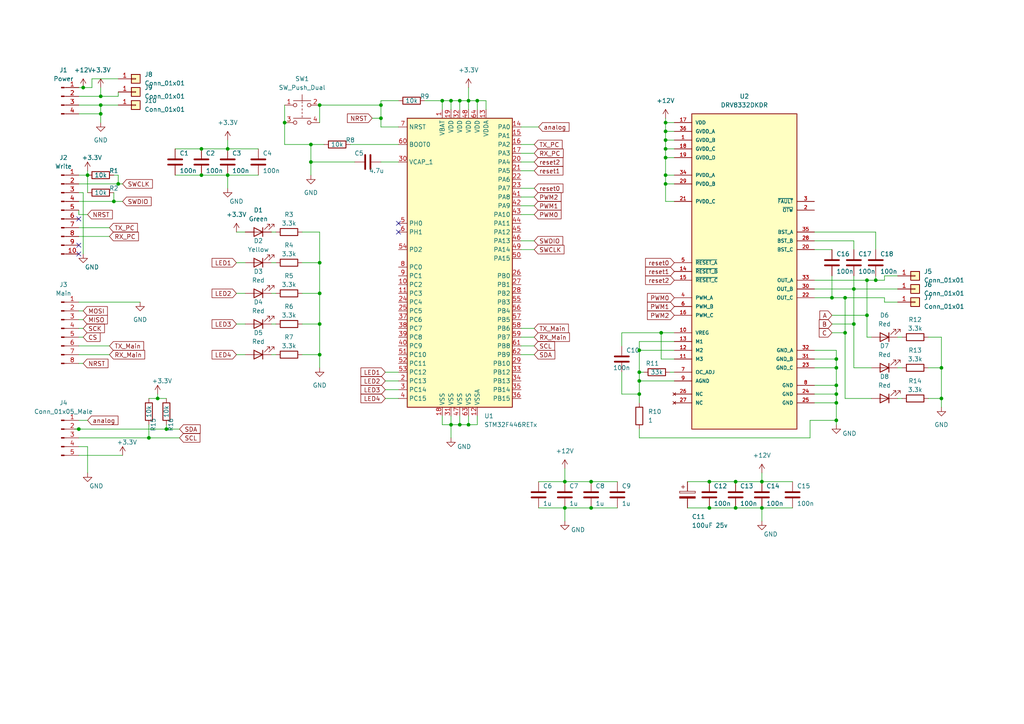
<source format=kicad_sch>
(kicad_sch (version 20211123) (generator eeschema)
  (paper "A4")
  (junction (at 92.71 102.87))
  (junction (at 128.27 29.21))
  (junction (at 251.46 91.44))
  (junction (at 33.02 58.42))
  (junction (at 185.42 114.3))
  (junction (at 193.04 40.64))
  (junction (at 242.57 111.76))
  (junction (at 185.42 101.6))
  (junction (at 29.21 33.02))
  (junction (at 242.57 114.3))
  (junction (at 92.71 93.98))
  (junction (at 273.05 115.57))
  (junction (at 273.05 106.68))
  (junction (at 90.17 41.91))
  (junction (at 110.49 30.48))
  (junction (at 58.42 50.8))
  (junction (at 185.42 110.49))
  (junction (at 163.83 147.32))
  (junction (at 135.89 29.21))
  (junction (at 193.04 53.34))
  (junction (at 133.35 123.19))
  (junction (at 193.04 50.8))
  (junction (at 66.04 50.8))
  (junction (at 171.45 139.7))
  (junction (at 242.57 121.92))
  (junction (at 29.21 30.48))
  (junction (at 247.65 83.82))
  (junction (at 22.86 124.46))
  (junction (at 110.49 34.29))
  (junction (at 58.42 43.18))
  (junction (at 138.43 29.21))
  (junction (at 193.04 43.18))
  (junction (at 163.83 139.7))
  (junction (at 254 81.28))
  (junction (at 213.36 139.7))
  (junction (at 191.77 96.52))
  (junction (at 213.36 147.32))
  (junction (at 193.04 38.1))
  (junction (at 34.29 53.34))
  (junction (at 220.98 139.7))
  (junction (at 130.81 29.21))
  (junction (at 92.71 85.09))
  (junction (at 24.13 25.4))
  (junction (at 205.74 139.7))
  (junction (at 193.04 35.56))
  (junction (at 185.42 107.95))
  (junction (at 133.35 29.21))
  (junction (at 245.11 96.52))
  (junction (at 29.21 27.94))
  (junction (at 48.26 124.46))
  (junction (at 92.71 76.2))
  (junction (at 220.98 147.32))
  (junction (at 130.81 123.19))
  (junction (at 135.89 123.19))
  (junction (at 25.4 50.8))
  (junction (at 90.17 46.99))
  (junction (at 245.11 86.36))
  (junction (at 247.65 93.98))
  (junction (at 43.18 127))
  (junction (at 92.71 30.48))
  (junction (at 242.57 106.68))
  (junction (at 66.04 43.18))
  (junction (at 193.04 45.72))
  (junction (at 241.3 86.36))
  (junction (at 171.45 147.32))
  (junction (at 251.46 81.28))
  (junction (at 242.57 104.14))
  (junction (at 205.74 147.32))
  (junction (at 242.57 116.84))
  (junction (at 45.72 115.57))
  (junction (at 82.55 35.56))
  (no_connect (at 115.57 67.31))
  (no_connect (at 22.86 63.5))
  (no_connect (at 115.57 64.77))
  (no_connect (at 22.86 71.12))
  (no_connect (at 22.86 73.66))
  (wire (pts (xy 193.04 40.64) (xy 193.04 43.18)))
  (wire (pts (xy 193.04 40.64) (xy 195.58 40.64)))
  (wire (pts (xy 82.55 41.91) (xy 90.17 41.91)))
  (wire (pts (xy 45.72 114.3) (xy 45.72 115.57)))
  (wire (pts (xy 193.04 53.34) (xy 193.04 58.42)))
  (wire (pts (xy 236.22 86.36) (xy 241.3 86.36)))
  (wire (pts (xy 135.89 29.21) (xy 138.43 29.21)))
  (wire (pts (xy 58.42 43.18) (xy 66.04 43.18)))
  (wire (pts (xy 241.3 86.36) (xy 245.11 86.36)))
  (wire (pts (xy 213.36 147.32) (xy 220.98 147.32)))
  (wire (pts (xy 193.04 38.1) (xy 195.58 38.1)))
  (wire (pts (xy 260.35 106.68) (xy 261.62 106.68)))
  (wire (pts (xy 133.35 29.21) (xy 133.35 31.75)))
  (wire (pts (xy 90.17 50.8) (xy 90.17 46.99)))
  (wire (pts (xy 110.49 34.29) (xy 110.49 30.48)))
  (wire (pts (xy 163.83 135.89) (xy 163.83 139.7)))
  (wire (pts (xy 154.94 59.69) (xy 151.13 59.69)))
  (wire (pts (xy 241.3 91.44) (xy 251.46 91.44)))
  (wire (pts (xy 22.86 124.46) (xy 21.59 124.46)))
  (wire (pts (xy 242.57 116.84) (xy 242.57 121.92)))
  (wire (pts (xy 138.43 123.19) (xy 138.43 120.65)))
  (wire (pts (xy 78.74 102.87) (xy 80.01 102.87)))
  (wire (pts (xy 163.83 147.32) (xy 163.83 151.13)))
  (wire (pts (xy 242.57 111.76) (xy 242.57 114.3)))
  (wire (pts (xy 205.74 139.7) (xy 213.36 139.7)))
  (wire (pts (xy 66.04 43.18) (xy 74.93 43.18)))
  (wire (pts (xy 111.76 113.03) (xy 115.57 113.03)))
  (wire (pts (xy 245.11 86.36) (xy 256.54 86.36)))
  (wire (pts (xy 236.22 81.28) (xy 251.46 81.28)))
  (wire (pts (xy 22.86 129.54) (xy 25.4 129.54)))
  (wire (pts (xy 163.83 139.7) (xy 171.45 139.7)))
  (wire (pts (xy 24.13 55.88) (xy 24.13 73.66)))
  (wire (pts (xy 33.02 50.8) (xy 34.29 50.8)))
  (wire (pts (xy 48.26 123.19) (xy 48.26 124.46)))
  (wire (pts (xy 22.86 132.08) (xy 35.56 132.08)))
  (wire (pts (xy 242.57 114.3) (xy 242.57 116.84)))
  (wire (pts (xy 33.02 55.88) (xy 33.02 58.42)))
  (wire (pts (xy 242.57 121.92) (xy 242.57 123.19)))
  (wire (pts (xy 68.58 76.2) (xy 71.12 76.2)))
  (wire (pts (xy 234.95 127) (xy 234.95 121.92)))
  (wire (pts (xy 191.77 96.52) (xy 195.58 96.52)))
  (wire (pts (xy 236.22 69.85) (xy 247.65 69.85)))
  (wire (pts (xy 193.04 50.8) (xy 195.58 50.8)))
  (wire (pts (xy 251.46 91.44) (xy 251.46 81.28)))
  (wire (pts (xy 22.86 55.88) (xy 24.13 55.88)))
  (wire (pts (xy 185.42 107.95) (xy 185.42 110.49)))
  (wire (pts (xy 193.04 45.72) (xy 193.04 50.8)))
  (wire (pts (xy 220.98 139.7) (xy 220.98 137.16)))
  (wire (pts (xy 34.29 26.67) (xy 34.29 27.94)))
  (wire (pts (xy 22.86 60.96) (xy 22.86 62.23)))
  (wire (pts (xy 90.17 46.99) (xy 102.87 46.99)))
  (wire (pts (xy 92.71 30.48) (xy 92.71 35.56)))
  (wire (pts (xy 66.04 43.18) (xy 66.04 40.64)))
  (wire (pts (xy 43.18 123.19) (xy 43.18 127)))
  (wire (pts (xy 185.42 101.6) (xy 185.42 107.95)))
  (wire (pts (xy 171.45 147.32) (xy 179.07 147.32)))
  (wire (pts (xy 180.34 96.52) (xy 180.34 100.33)))
  (wire (pts (xy 133.35 29.21) (xy 135.89 29.21)))
  (wire (pts (xy 22.86 95.25) (xy 24.13 95.25)))
  (wire (pts (xy 185.42 99.06) (xy 195.58 99.06)))
  (wire (pts (xy 26.67 22.86) (xy 26.67 25.4)))
  (wire (pts (xy 133.35 123.19) (xy 135.89 123.19)))
  (wire (pts (xy 242.57 101.6) (xy 242.57 104.14)))
  (wire (pts (xy 251.46 81.28) (xy 254 81.28)))
  (wire (pts (xy 191.77 104.14) (xy 191.77 96.52)))
  (wire (pts (xy 130.81 123.19) (xy 130.81 127)))
  (wire (pts (xy 22.86 92.71) (xy 24.13 92.71)))
  (wire (pts (xy 78.74 93.98) (xy 80.01 93.98)))
  (wire (pts (xy 82.55 30.48) (xy 82.55 35.56)))
  (wire (pts (xy 245.11 115.57) (xy 245.11 96.52)))
  (wire (pts (xy 22.86 102.87) (xy 31.75 102.87)))
  (wire (pts (xy 110.49 36.83) (xy 110.49 34.29)))
  (wire (pts (xy 29.21 27.94) (xy 29.21 25.4)))
  (wire (pts (xy 193.04 35.56) (xy 195.58 35.56)))
  (wire (pts (xy 92.71 102.87) (xy 92.71 106.68)))
  (wire (pts (xy 247.65 69.85) (xy 247.65 72.39)))
  (wire (pts (xy 138.43 29.21) (xy 140.97 29.21)))
  (wire (pts (xy 180.34 107.95) (xy 180.34 114.3)))
  (wire (pts (xy 199.39 147.32) (xy 205.74 147.32)))
  (wire (pts (xy 220.98 139.7) (xy 229.87 139.7)))
  (wire (pts (xy 193.04 43.18) (xy 193.04 45.72)))
  (wire (pts (xy 242.57 104.14) (xy 242.57 106.68)))
  (wire (pts (xy 22.86 97.79) (xy 24.13 97.79)))
  (wire (pts (xy 87.63 93.98) (xy 92.71 93.98)))
  (wire (pts (xy 87.63 85.09) (xy 92.71 85.09)))
  (wire (pts (xy 68.58 85.09) (xy 71.12 85.09)))
  (wire (pts (xy 45.72 115.57) (xy 48.26 115.57)))
  (wire (pts (xy 128.27 123.19) (xy 130.81 123.19)))
  (wire (pts (xy 22.86 58.42) (xy 33.02 58.42)))
  (wire (pts (xy 66.04 50.8) (xy 66.04 54.61)))
  (wire (pts (xy 193.04 58.42) (xy 195.58 58.42)))
  (wire (pts (xy 34.29 22.86) (xy 26.67 22.86)))
  (wire (pts (xy 194.31 107.95) (xy 195.58 107.95)))
  (wire (pts (xy 163.83 147.32) (xy 171.45 147.32)))
  (wire (pts (xy 254 80.01) (xy 254 81.28)))
  (wire (pts (xy 154.94 62.23) (xy 151.13 62.23)))
  (wire (pts (xy 68.58 93.98) (xy 71.12 93.98)))
  (wire (pts (xy 22.86 105.41) (xy 24.13 105.41)))
  (wire (pts (xy 154.94 46.99) (xy 151.13 46.99)))
  (wire (pts (xy 151.13 97.79) (xy 154.94 97.79)))
  (wire (pts (xy 241.3 93.98) (xy 247.65 93.98)))
  (wire (pts (xy 25.4 50.8) (xy 25.4 49.53)))
  (wire (pts (xy 154.94 57.15) (xy 151.13 57.15)))
  (wire (pts (xy 110.49 46.99) (xy 115.57 46.99)))
  (wire (pts (xy 260.35 115.57) (xy 261.62 115.57)))
  (wire (pts (xy 193.04 45.72) (xy 195.58 45.72)))
  (wire (pts (xy 242.57 106.68) (xy 242.57 111.76)))
  (wire (pts (xy 245.11 96.52) (xy 245.11 86.36)))
  (wire (pts (xy 171.45 139.7) (xy 179.07 139.7)))
  (wire (pts (xy 260.35 80.01) (xy 256.54 80.01)))
  (wire (pts (xy 92.71 76.2) (xy 92.71 85.09)))
  (wire (pts (xy 260.35 97.79) (xy 261.62 97.79)))
  (wire (pts (xy 185.42 124.46) (xy 185.42 127)))
  (wire (pts (xy 247.65 93.98) (xy 247.65 106.68)))
  (wire (pts (xy 90.17 46.99) (xy 90.17 41.91)))
  (wire (pts (xy 29.21 33.02) (xy 29.21 35.56)))
  (wire (pts (xy 135.89 123.19) (xy 135.89 120.65)))
  (wire (pts (xy 193.04 43.18) (xy 195.58 43.18)))
  (wire (pts (xy 78.74 67.31) (xy 80.01 67.31)))
  (wire (pts (xy 247.65 83.82) (xy 260.35 83.82)))
  (wire (pts (xy 185.42 114.3) (xy 185.42 116.84)))
  (wire (pts (xy 22.86 50.8) (xy 25.4 50.8)))
  (wire (pts (xy 92.71 85.09) (xy 92.71 93.98)))
  (wire (pts (xy 193.04 38.1) (xy 193.04 40.64)))
  (wire (pts (xy 87.63 102.87) (xy 92.71 102.87)))
  (wire (pts (xy 90.17 41.91) (xy 93.98 41.91)))
  (wire (pts (xy 154.94 49.53) (xy 151.13 49.53)))
  (wire (pts (xy 68.58 102.87) (xy 71.12 102.87)))
  (wire (pts (xy 110.49 30.48) (xy 110.49 29.21)))
  (wire (pts (xy 87.63 76.2) (xy 92.71 76.2)))
  (wire (pts (xy 256.54 80.01) (xy 256.54 81.28)))
  (wire (pts (xy 185.42 110.49) (xy 195.58 110.49)))
  (wire (pts (xy 68.58 67.31) (xy 71.12 67.31)))
  (wire (pts (xy 156.21 147.32) (xy 163.83 147.32)))
  (wire (pts (xy 185.42 101.6) (xy 195.58 101.6)))
  (wire (pts (xy 87.63 67.31) (xy 92.71 67.31)))
  (wire (pts (xy 151.13 95.25) (xy 154.94 95.25)))
  (wire (pts (xy 180.34 114.3) (xy 185.42 114.3)))
  (wire (pts (xy 34.29 53.34) (xy 35.56 53.34)))
  (wire (pts (xy 92.71 67.31) (xy 92.71 76.2)))
  (wire (pts (xy 205.74 147.32) (xy 213.36 147.32)))
  (wire (pts (xy 193.04 53.34) (xy 195.58 53.34)))
  (wire (pts (xy 22.86 100.33) (xy 31.75 100.33)))
  (wire (pts (xy 107.95 34.29) (xy 110.49 34.29)))
  (wire (pts (xy 269.24 97.79) (xy 273.05 97.79)))
  (wire (pts (xy 236.22 83.82) (xy 247.65 83.82)))
  (wire (pts (xy 110.49 29.21) (xy 115.57 29.21)))
  (wire (pts (xy 247.65 106.68) (xy 252.73 106.68)))
  (wire (pts (xy 128.27 29.21) (xy 130.81 29.21)))
  (wire (pts (xy 269.24 115.57) (xy 273.05 115.57)))
  (wire (pts (xy 25.4 50.8) (xy 25.4 55.88)))
  (wire (pts (xy 123.19 29.21) (xy 128.27 29.21)))
  (wire (pts (xy 135.89 29.21) (xy 135.89 31.75)))
  (wire (pts (xy 154.94 54.61) (xy 151.13 54.61)))
  (wire (pts (xy 101.6 41.91) (xy 115.57 41.91)))
  (wire (pts (xy 191.77 96.52) (xy 180.34 96.52)))
  (wire (pts (xy 185.42 99.06) (xy 185.42 101.6)))
  (wire (pts (xy 22.86 87.63) (xy 40.64 87.63)))
  (wire (pts (xy 111.76 110.49) (xy 115.57 110.49)))
  (wire (pts (xy 273.05 106.68) (xy 273.05 115.57)))
  (wire (pts (xy 29.21 30.48) (xy 34.29 30.48)))
  (wire (pts (xy 25.4 129.54) (xy 25.4 137.16)))
  (wire (pts (xy 151.13 36.83) (xy 156.21 36.83)))
  (wire (pts (xy 133.35 123.19) (xy 133.35 120.65)))
  (wire (pts (xy 135.89 25.4) (xy 135.89 29.21)))
  (wire (pts (xy 256.54 86.36) (xy 256.54 87.63)))
  (wire (pts (xy 22.86 33.02) (xy 29.21 33.02)))
  (wire (pts (xy 25.4 121.92) (xy 22.86 121.92)))
  (wire (pts (xy 241.3 80.01) (xy 241.3 86.36)))
  (wire (pts (xy 22.86 30.48) (xy 29.21 30.48)))
  (wire (pts (xy 34.29 50.8) (xy 34.29 53.34)))
  (wire (pts (xy 220.98 147.32) (xy 229.87 147.32)))
  (wire (pts (xy 254 81.28) (xy 256.54 81.28)))
  (wire (pts (xy 33.02 58.42) (xy 35.56 58.42)))
  (wire (pts (xy 269.24 106.68) (xy 273.05 106.68)))
  (wire (pts (xy 52.07 124.46) (xy 48.26 124.46)))
  (wire (pts (xy 236.22 104.14) (xy 242.57 104.14)))
  (wire (pts (xy 185.42 127) (xy 234.95 127)))
  (wire (pts (xy 22.86 68.58) (xy 31.75 68.58)))
  (wire (pts (xy 185.42 107.95) (xy 186.69 107.95)))
  (wire (pts (xy 130.81 29.21) (xy 133.35 29.21)))
  (wire (pts (xy 128.27 31.75) (xy 128.27 29.21)))
  (wire (pts (xy 22.86 27.94) (xy 29.21 27.94)))
  (wire (pts (xy 140.97 29.21) (xy 140.97 31.75)))
  (wire (pts (xy 251.46 97.79) (xy 251.46 91.44)))
  (wire (pts (xy 92.71 93.98) (xy 92.71 102.87)))
  (wire (pts (xy 247.65 83.82) (xy 247.65 93.98)))
  (wire (pts (xy 58.42 50.8) (xy 66.04 50.8)))
  (wire (pts (xy 254 67.31) (xy 254 72.39)))
  (wire (pts (xy 195.58 104.14) (xy 191.77 104.14)))
  (wire (pts (xy 252.73 115.57) (xy 245.11 115.57)))
  (wire (pts (xy 151.13 69.85) (xy 154.94 69.85)))
  (wire (pts (xy 26.67 25.4) (xy 24.13 25.4)))
  (wire (pts (xy 151.13 72.39) (xy 154.94 72.39)))
  (wire (pts (xy 135.89 123.19) (xy 138.43 123.19)))
  (wire (pts (xy 236.22 111.76) (xy 242.57 111.76)))
  (wire (pts (xy 273.05 115.57) (xy 273.05 118.11)))
  (wire (pts (xy 82.55 35.56) (xy 82.55 41.91)))
  (wire (pts (xy 50.8 43.18) (xy 58.42 43.18)))
  (wire (pts (xy 78.74 76.2) (xy 80.01 76.2)))
  (wire (pts (xy 78.74 85.09) (xy 80.01 85.09)))
  (wire (pts (xy 43.18 127) (xy 52.07 127)))
  (wire (pts (xy 130.81 123.19) (xy 133.35 123.19)))
  (wire (pts (xy 128.27 120.65) (xy 128.27 123.19)))
  (wire (pts (xy 199.39 139.7) (xy 205.74 139.7)))
  (wire (pts (xy 92.71 30.48) (xy 110.49 30.48)))
  (wire (pts (xy 252.73 97.79) (xy 251.46 97.79)))
  (wire (pts (xy 247.65 80.01) (xy 247.65 83.82)))
  (wire (pts (xy 256.54 87.63) (xy 260.35 87.63)))
  (wire (pts (xy 22.86 53.34) (xy 34.29 53.34)))
  (wire (pts (xy 151.13 41.91) (xy 154.94 41.91)))
  (wire (pts (xy 241.3 96.52) (xy 245.11 96.52)))
  (wire (pts (xy 234.95 121.92) (xy 242.57 121.92)))
  (wire (pts (xy 130.81 29.21) (xy 130.81 31.75)))
  (wire (pts (xy 34.29 27.94) (xy 29.21 27.94)))
  (wire (pts (xy 66.04 50.8) (xy 74.93 50.8)))
  (wire (pts (xy 193.04 50.8) (xy 193.04 53.34)))
  (wire (pts (xy 130.81 120.65) (xy 130.81 123.19)))
  (wire (pts (xy 111.76 107.95) (xy 115.57 107.95)))
  (wire (pts (xy 22.86 90.17) (xy 24.13 90.17)))
  (wire (pts (xy 151.13 100.33) (xy 154.94 100.33)))
  (wire (pts (xy 236.22 101.6) (xy 242.57 101.6)))
  (wire (pts (xy 220.98 147.32) (xy 220.98 151.13)))
  (wire (pts (xy 236.22 114.3) (xy 242.57 114.3)))
  (wire (pts (xy 193.04 35.56) (xy 193.04 38.1)))
  (wire (pts (xy 236.22 72.39) (xy 241.3 72.39)))
  (wire (pts (xy 185.42 110.49) (xy 185.42 114.3)))
  (wire (pts (xy 151.13 102.87) (xy 154.94 102.87)))
  (wire (pts (xy 236.22 67.31) (xy 254 67.31)))
  (wire (pts (xy 138.43 29.21) (xy 138.43 31.75)))
  (wire (pts (xy 236.22 116.84) (xy 242.57 116.84)))
  (wire (pts (xy 22.86 25.4) (xy 24.13 25.4)))
  (wire (pts (xy 273.05 97.79) (xy 273.05 106.68)))
  (wire (pts (xy 50.8 50.8) (xy 58.42 50.8)))
  (wire (pts (xy 29.21 30.48) (xy 29.21 33.02)))
  (wire (pts (xy 115.57 36.83) (xy 110.49 36.83)))
  (wire (pts (xy 43.18 127) (xy 22.86 127)))
  (wire (pts (xy 151.13 44.45) (xy 154.94 44.45)))
  (wire (pts (xy 236.22 106.68) (xy 242.57 106.68)))
  (wire (pts (xy 22.86 62.23) (xy 25.4 62.23)))
  (wire (pts (xy 193.04 34.29) (xy 193.04 35.56)))
  (wire (pts (xy 22.86 124.46) (xy 48.26 124.46)))
  (wire (pts (xy 111.76 115.57) (xy 115.57 115.57)))
  (wire (pts (xy 156.21 139.7) (xy 163.83 139.7)))
  (wire (pts (xy 43.18 115.57) (xy 45.72 115.57)))
  (wire (pts (xy 22.86 66.04) (xy 31.75 66.04)))
  (wire (pts (xy 213.36 139.7) (xy 220.98 139.7)))
  (global_label "A" (shape input) (at 241.3 91.44 180) (property "Intersheet References" "${INTERSHEET_REFS}" (effects hide)))
  (global_label "LED3" (shape input) (at 68.58 93.98 180) (property "Intersheet References" "${INTERSHEET_REFS}" (effects hide)))
  (global_label "reset1" (shape input) (at 195.58 78.74 180) (property "Intersheet References" "${INTERSHEET_REFS}" (effects hide)))
  (global_label "SDA" (shape input) (at 52.07 124.46 0) (property "Intersheet References" "${INTERSHEET_REFS}" (effects hide)))
  (global_label "PWM0" (shape input) (at 195.58 86.36 180) (property "Intersheet References" "${INTERSHEET_REFS}" (effects hide)))
  (global_label "analog" (shape input) (at 25.4 121.92 0) (property "Intersheet References" "${INTERSHEET_REFS}" (effects hide)))
  (global_label "TX_PC" (shape input) (at 31.75 66.04 0) (property "Intersheet References" "${INTERSHEET_REFS}" (effects hide)))
  (global_label "SWDIO" (shape input) (at 154.94 69.85 0) (property "Intersheet References" "${INTERSHEET_REFS}" (effects hide)))
  (global_label "PWM2" (shape input) (at 195.58 91.44 180) (property "Intersheet References" "${INTERSHEET_REFS}" (effects hide)))
  (global_label "analog" (shape input) (at 156.21 36.83 0) (property "Intersheet References" "${INTERSHEET_REFS}" (effects hide)))
  (global_label "LED2" (shape input) (at 68.58 85.09 180) (property "Intersheet References" "${INTERSHEET_REFS}" (effects hide)))
  (global_label "LED3" (shape input) (at 111.76 113.03 180) (property "Intersheet References" "${INTERSHEET_REFS}" (effects hide)))
  (global_label "LED4" (shape input) (at 68.58 102.87 180) (property "Intersheet References" "${INTERSHEET_REFS}" (effects hide)))
  (global_label "TX_Main" (shape input) (at 154.94 95.25 0) (property "Intersheet References" "${INTERSHEET_REFS}" (effects hide)))
  (global_label "C" (shape input) (at 241.3 96.52 180) (property "Intersheet References" "${INTERSHEET_REFS}" (effects hide)))
  (global_label "B" (shape input) (at 241.3 93.98 180) (property "Intersheet References" "${INTERSHEET_REFS}" (effects hide)))
  (global_label "reset2" (shape input) (at 154.94 46.99 0) (property "Intersheet References" "${INTERSHEET_REFS}" (effects hide)))
  (global_label "reset0" (shape input) (at 154.94 54.61 0) (property "Intersheet References" "${INTERSHEET_REFS}" (effects hide)))
  (global_label "SCL" (shape input) (at 52.07 127 0) (property "Intersheet References" "${INTERSHEET_REFS}" (effects hide)))
  (global_label "reset2" (shape input) (at 195.58 81.28 180) (property "Intersheet References" "${INTERSHEET_REFS}" (effects hide)))
  (global_label "LED1" (shape input) (at 68.58 76.2 180) (property "Intersheet References" "${INTERSHEET_REFS}" (effects hide)))
  (global_label "SWCLK" (shape input) (at 35.56 53.34 0) (property "Intersheet References" "${INTERSHEET_REFS}" (effects hide)))
  (global_label "SWCLK" (shape input) (at 154.94 72.39 0) (property "Intersheet References" "${INTERSHEET_REFS}" (effects hide)))
  (global_label "SWDIO" (shape input) (at 35.56 58.42 0) (property "Intersheet References" "${INTERSHEET_REFS}" (effects hide)))
  (global_label "MISO" (shape input) (at 24.13 92.71 0) (property "Intersheet References" "${INTERSHEET_REFS}" (effects hide)))
  (global_label "RX_Main" (shape input) (at 31.75 102.87 0) (property "Intersheet References" "${INTERSHEET_REFS}" (effects hide)))
  (global_label "NRST" (shape input) (at 107.95 34.29 180) (property "Intersheet References" "${INTERSHEET_REFS}" (effects hide)))
  (global_label "NRST" (shape input) (at 25.4 62.23 0) (property "Intersheet References" "${INTERSHEET_REFS}" (effects hide)))
  (global_label "PWM2" (shape input) (at 154.94 57.15 0) (property "Intersheet References" "${INTERSHEET_REFS}" (effects hide)))
  (global_label "PWM1" (shape input) (at 195.58 88.9 180) (property "Intersheet References" "${INTERSHEET_REFS}" (effects hide)))
  (global_label "reset1" (shape input) (at 154.94 49.53 0) (property "Intersheet References" "${INTERSHEET_REFS}" (effects hide)))
  (global_label "LED1" (shape input) (at 111.76 107.95 180) (property "Intersheet References" "${INTERSHEET_REFS}" (effects hide)))
  (global_label "PWM0" (shape input) (at 154.94 62.23 0) (property "Intersheet References" "${INTERSHEET_REFS}" (effects hide)))
  (global_label "PWM1" (shape input) (at 154.94 59.69 0) (property "Intersheet References" "${INTERSHEET_REFS}" (effects hide)))
  (global_label "LED2" (shape input) (at 111.76 110.49 180) (property "Intersheet References" "${INTERSHEET_REFS}" (effects hide)))
  (global_label "SDA" (shape input) (at 154.94 102.87 0) (property "Intersheet References" "${INTERSHEET_REFS}" (effects hide)))
  (global_label "TX_Main" (shape input) (at 31.75 100.33 0) (property "Intersheet References" "${INTERSHEET_REFS}" (effects hide)))
  (global_label "LED4" (shape input) (at 111.76 115.57 180) (property "Intersheet References" "${INTERSHEET_REFS}" (effects hide)))
  (global_label "reset0" (shape input) (at 195.58 76.2 180) (property "Intersheet References" "${INTERSHEET_REFS}" (effects hide)))
  (global_label "TX_PC" (shape input) (at 154.94 41.91 0) (property "Intersheet References" "${INTERSHEET_REFS}" (effects hide)))
  (global_label "SCL" (shape input) (at 154.94 100.33 0) (property "Intersheet References" "${INTERSHEET_REFS}" (effects hide)))
  (global_label "NRST" (shape input) (at 24.13 105.41 0) (property "Intersheet References" "${INTERSHEET_REFS}" (effects hide)))
  (global_label "RX_Main" (shape input) (at 154.94 97.79 0) (property "Intersheet References" "${INTERSHEET_REFS}" (effects hide)))
  (global_label "SCK" (shape input) (at 24.13 95.25 0) (property "Intersheet References" "${INTERSHEET_REFS}" (effects hide)))
  (global_label "RX_PC" (shape input) (at 31.75 68.58 0) (property "Intersheet References" "${INTERSHEET_REFS}" (effects hide)))
  (global_label "MOSI" (shape input) (at 24.13 90.17 0) (property "Intersheet References" "${INTERSHEET_REFS}" (effects hide)))
  (global_label "RX_PC" (shape input) (at 154.94 44.45 0) (property "Intersheet References" "${INTERSHEET_REFS}" (effects hide)))
  (global_label "CS" (shape input) (at 24.13 97.79 0) (property "Intersheet References" "${INTERSHEET_REFS}" (effects hide)))
  (symbol (lib_id "Device:C") (at 50.8 46.99 0) (unit 1)
    (property "Reference" "C1" (at 52.07 44.45 0) (effects (justify left)))
    (property "Value" "100n" (at 52.07 49.53 0) (effects (justify left)))
    (property "Footprint" "Capacitor_SMD:C_0603_1608Metric_Pad1.08x0.95mm_HandSolder" (effects hide))
    (property "LCSC" "C307331" (effects hide))
  )
  (symbol (lib_id "Device:C_Polarized") (at 199.39 143.51 0) (unit 1)
    (property "Reference" "C11" (at 200.66 149.86 0) (effects (justify left)))
    (property "Value" "100uF 25v" (at 200.66 152.4 0) (effects (justify left)))
    (property "Footprint" "Capacitor_THT:CP_Radial_D5.0mm_P2.00mm" (effects hide))
  )
  (symbol (lib_id "power:+3.3V") (at 45.72 114.3 0) (unit 1)
    (property "Reference" "#PWR0107" (effects hide))
    (property "Value" "+3.3V" (at 46.99 110.49 0))
  )
  (symbol (lib_id "Connector_Generic:Conn_01x01") (at 39.37 26.67 0) (unit 1)
    (property "Reference" "J9" (at 41.91 25.3999 0) (effects (justify left)))
    (property "Value" "Conn_01x01" (at 41.91 27.9399 0) (effects (justify left)))
    (property "Footprint" "TestPoint:TestPoint_THTPad_D4.0mm_Drill2.0mm" (effects hide))
  )
  (symbol (lib_id "Device:R") (at 83.82 102.87 90) (unit 1)
    (property "Reference" "R7" (at 83.82 97.79 90))
    (property "Value" "3.3k" (at 83.82 100.33 90))
    (property "Footprint" "Resistor_SMD:R_0603_1608Metric_Pad0.98x0.95mm_HandSolder" (effects hide))
    (property "LCSC" "C25890" (effects hide))
  )
  (symbol (lib_id "Device:C") (at 241.3 76.2 0) (unit 1)
    (property "Reference" "C16" (at 242.57 73.66 0) (effects (justify left)))
    (property "Value" "100n" (at 242.57 78.74 0) (effects (justify left)))
    (property "Footprint" "Capacitor_SMD:C_0603_1608Metric_Pad1.08x0.95mm_HandSolder" (effects hide))
    (property "LCSC" "C307331" (effects hide))
  )
  (symbol (lib_id "Connector:Conn_01x10_Male") (at 17.78 60.96 0) (unit 1)
    (property "Reference" "J2" (at 18.415 45.72 0))
    (property "Value" "Write" (at 18.415 48.26 0))
    (property "Footprint" "Connector_IDC:IDC-Header_2x05_P2.54mm_Horizontal" (effects hide))
  )
  (symbol (lib_id "power:GND") (at 90.17 50.8 0) (unit 1)
    (property "Reference" "#PWR011" (effects hide))
    (property "Value" "GND" (at 90.17 55.88 0))
  )
  (symbol (lib_id "Device:R") (at 83.82 85.09 90) (unit 1)
    (property "Reference" "R5" (at 83.82 80.01 90))
    (property "Value" "3.3k" (at 83.82 82.55 90))
    (property "Footprint" "Resistor_SMD:R_0603_1608Metric_Pad0.98x0.95mm_HandSolder" (effects hide))
    (property "LCSC" "C25890" (effects hide))
  )
  (symbol (lib_id "Device:R") (at 29.21 55.88 270) (unit 1)
    (property "Reference" "R2" (at 33.02 54.61 90))
    (property "Value" "10k" (at 29.21 55.88 90))
    (property "Footprint" "Resistor_SMD:R_0603_1608Metric_Pad0.98x0.95mm_HandSolder" (effects hide))
    (property "LCSC" "C25744" (effects hide))
  )
  (symbol (lib_id "Connector:Conn_01x08_Male") (at 17.78 95.25 0) (unit 1)
    (property "Reference" "J3" (at 18.415 82.55 0))
    (property "Value" "Main" (at 18.415 85.09 0))
    (property "Footprint" "Connector_Molex:Molex_SPOX_5267-08A_1x08_P2.50mm_Vertical" (effects hide))
  )
  (symbol (lib_id "Device:LED") (at 256.54 106.68 180) (unit 1)
    (property "Reference" "D7" (at 256.54 100.33 0))
    (property "Value" "Red" (at 256.54 102.87 0))
    (property "Footprint" "Diode_SMD:D_0603_1608Metric_Pad1.05x0.95mm_HandSolder" (effects hide))
    (property "LCSC" "C2286" (effects hide))
  )
  (symbol (lib_id "power:+12V") (at 24.13 25.4 0) (unit 1)
    (property "Reference" "#PWR01" (effects hide))
    (property "Value" "+12V" (at 24.13 20.32 0))
  )
  (symbol (lib_id "power:GND") (at 24.13 73.66 0) (unit 1)
    (property "Reference" "#PWR03" (effects hide))
    (property "Value" "GND" (at 26.67 77.47 0))
  )
  (symbol (lib_id "Device:C") (at 171.45 143.51 0) (unit 1)
    (property "Reference" "C8" (at 172.72 140.97 0) (effects (justify left)))
    (property "Value" "1u" (at 172.72 146.05 0) (effects (justify left)))
    (property "Footprint" "Capacitor_SMD:C_0603_1608Metric_Pad1.08x0.95mm_HandSolder" (effects hide))
    (property "LCSC" "C52923" (effects hide))
  )
  (symbol (lib_id "power:GND") (at 273.05 118.11 0) (unit 1)
    (property "Reference" "#PWR0102" (effects hide))
    (property "Value" "GND" (at 273.05 123.19 0))
  )
  (symbol (lib_id "1_MakeByMyself:DRV8332DKDR") (at 215.9 78.74 0) (unit 1)
    (property "Reference" "U2" (at 215.9 27.94 0))
    (property "Value" "DRV8332DKDR" (at 215.9 30.48 0))
    (property "Footprint" "1_MakeByMyself:HTSSOP36" (effects hide))
    (property "MANUFACTURER" "Texas Instruments" (effects hide))
    (property "MAXIMUM_PACKAGE_HEIGHT" "3.60 mm" (effects hide))
    (property "PARTREV" "G" (effects hide))
    (property "STANDARD" "IPC 7351B" (effects hide))
  )
  (symbol (lib_id "power:+3.3V") (at 29.21 25.4 0) (unit 1)
    (property "Reference" "#PWR05" (effects hide))
    (property "Value" "+3.3V" (at 29.21 20.32 0))
  )
  (symbol (lib_id "Device:C") (at 205.74 143.51 0) (unit 1)
    (property "Reference" "C12" (at 207.01 140.97 0) (effects (justify left)))
    (property "Value" "100n" (at 207.01 146.05 0) (effects (justify left)))
    (property "Footprint" "Capacitor_SMD:C_0603_1608Metric_Pad1.08x0.95mm_HandSolder" (effects hide))
    (property "LCSC" "C307331" (effects hide))
  )
  (symbol (lib_id "power:+12V") (at 220.98 137.16 0) (unit 1)
    (property "Reference" "#PWR023" (effects hide))
    (property "Value" "+12V" (at 220.98 132.08 0))
  )
  (symbol (lib_id "Device:C") (at 163.83 143.51 0) (unit 1)
    (property "Reference" "C7" (at 165.1 140.97 0) (effects (justify left)))
    (property "Value" "1u" (at 165.1 146.05 0) (effects (justify left)))
    (property "Footprint" "Capacitor_SMD:C_0603_1608Metric_Pad1.08x0.95mm_HandSolder" (effects hide))
    (property "LCSC" "C52923" (effects hide))
  )
  (symbol (lib_id "Connector:Conn_01x04_Male") (at 17.78 27.94 0) (unit 1)
    (property "Reference" "J1" (at 18.415 20.32 0))
    (property "Value" "Power" (at 18.415 22.86 0))
    (property "Footprint" "Connector_Molex:Molex_SPOX_5267-04A_1x04_P2.50mm_Vertical" (effects hide))
  )
  (symbol (lib_id "Device:C") (at 247.65 76.2 0) (unit 1)
    (property "Reference" "C17" (at 248.92 73.66 0) (effects (justify left)))
    (property "Value" "100n" (at 248.92 78.74 0) (effects (justify left)))
    (property "Footprint" "Capacitor_SMD:C_0603_1608Metric_Pad1.08x0.95mm_HandSolder" (effects hide))
    (property "LCSC" "C307331" (effects hide))
  )
  (symbol (lib_id "Device:R") (at 83.82 76.2 90) (unit 1)
    (property "Reference" "R4" (at 83.82 71.12 90))
    (property "Value" "3.3k" (at 83.82 73.66 90))
    (property "Footprint" "Resistor_SMD:R_0603_1608Metric_Pad0.98x0.95mm_HandSolder" (effects hide))
    (property "LCSC" "C25890" (effects hide))
  )
  (symbol (lib_id "power:GND") (at 29.21 35.56 0) (unit 1)
    (property "Reference" "#PWR06" (effects hide))
    (property "Value" "GND" (at 29.21 40.64 0))
  )
  (symbol (lib_id "Device:C") (at 66.04 46.99 0) (unit 1)
    (property "Reference" "C3" (at 67.31 44.45 0) (effects (justify left)))
    (property "Value" "100n" (at 67.31 49.53 0) (effects (justify left)))
    (property "Footprint" "Capacitor_SMD:C_0603_1608Metric_Pad1.08x0.95mm_HandSolder" (effects hide))
    (property "LCSC" "C307331" (effects hide))
  )
  (symbol (lib_id "Device:C") (at 220.98 143.51 0) (unit 1)
    (property "Reference" "C14" (at 222.25 140.97 0) (effects (justify left)))
    (property "Value" "100n" (at 222.25 146.05 0) (effects (justify left)))
    (property "Footprint" "Capacitor_SMD:C_0603_1608Metric_Pad1.08x0.95mm_HandSolder" (effects hide))
    (property "LCSC" "C307331" (effects hide))
  )
  (symbol (lib_id "power:GND") (at 66.04 54.61 0) (unit 1)
    (property "Reference" "#PWR09" (effects hide))
    (property "Value" "GND" (at 68.58 58.42 0))
  )
  (symbol (lib_id "Device:R") (at 265.43 106.68 90) (unit 1)
    (property "Reference" "R13" (at 265.43 101.6 90))
    (property "Value" "3.3k" (at 265.43 104.14 90))
    (property "Footprint" "Resistor_SMD:R_0603_1608Metric_Pad0.98x0.95mm_HandSolder" (effects hide))
    (property "LCSC" "C25890" (effects hide))
  )
  (symbol (lib_id "Device:R") (at 97.79 41.91 270) (unit 1)
    (property "Reference" "R8" (at 101.6 40.64 90))
    (property "Value" "10k" (at 97.79 41.91 90))
    (property "Footprint" "Resistor_SMD:R_0603_1608Metric_Pad0.98x0.95mm_HandSolder" (effects hide))
    (property "LCSC" "C25744" (effects hide))
  )
  (symbol (lib_id "Connector_Generic:Conn_01x01") (at 265.43 83.82 0) (unit 1)
    (property "Reference" "J6" (at 267.97 82.5499 0) (effects (justify left)))
    (property "Value" "Conn_01x01" (at 267.97 85.0899 0) (effects (justify left)))
    (property "Footprint" "TestPoint:TestPoint_THTPad_D4.0mm_Drill2.0mm" (effects hide))
  )
  (symbol (lib_id "power:+12V") (at 163.83 135.89 0) (unit 1)
    (property "Reference" "#PWR019" (effects hide))
    (property "Value" "+12V" (at 163.83 130.81 0))
  )
  (symbol (lib_id "Connector_Generic:Conn_01x01") (at 265.43 80.01 0) (unit 1)
    (property "Reference" "J5" (at 267.97 78.7399 0) (effects (justify left)))
    (property "Value" "Conn_01x01" (at 267.97 81.2799 0) (effects (justify left)))
    (property "Footprint" "TestPoint:TestPoint_THTPad_D4.0mm_Drill2.0mm" (effects hide))
  )
  (symbol (lib_id "power:+12V") (at 193.04 34.29 0) (unit 1)
    (property "Reference" "#PWR0103" (effects hide))
    (property "Value" "+12V" (at 193.04 29.21 0))
  )
  (symbol (lib_id "power:GND") (at 92.71 106.68 0) (unit 1)
    (property "Reference" "#PWR0104" (effects hide))
    (property "Value" "GND" (at 92.71 111.76 0))
  )
  (symbol (lib_id "Device:R") (at 190.5 107.95 270) (unit 1)
    (property "Reference" "R11" (at 189.23 105.41 90))
    (property "Value" "33k" (at 190.5 107.95 90))
    (property "Footprint" "Resistor_SMD:R_0603_1608Metric_Pad0.98x0.95mm_HandSolder" (effects hide))
    (property "LCSC" "C25792" (effects hide))
  )
  (symbol (lib_id "Device:C") (at 156.21 143.51 0) (unit 1)
    (property "Reference" "C6" (at 157.48 140.97 0) (effects (justify left)))
    (property "Value" "1u" (at 157.48 146.05 0) (effects (justify left)))
    (property "Footprint" "Capacitor_SMD:C_0603_1608Metric_Pad1.08x0.95mm_HandSolder" (effects hide))
    (property "LCSC" "C52923" (effects hide))
  )
  (symbol (lib_id "Connector_Generic:Conn_01x01") (at 265.43 87.63 0) (unit 1)
    (property "Reference" "J7" (at 267.97 86.3599 0) (effects (justify left)))
    (property "Value" "Conn_01x01" (at 267.97 88.8999 0) (effects (justify left)))
    (property "Footprint" "TestPoint:TestPoint_THTPad_D4.0mm_Drill2.0mm" (effects hide))
  )
  (symbol (lib_id "Device:R") (at 119.38 29.21 270) (unit 1)
    (property "Reference" "R9" (at 123.19 27.94 90))
    (property "Value" "10k" (at 119.38 29.21 90))
    (property "Footprint" "Resistor_SMD:R_0603_1608Metric_Pad0.98x0.95mm_HandSolder" (effects hide))
    (property "LCSC" "C25744" (effects hide))
  )
  (symbol (lib_id "Device:C") (at 74.93 46.99 0) (unit 1)
    (property "Reference" "C4" (at 76.2 44.45 0) (effects (justify left)))
    (property "Value" "100n" (at 76.2 49.53 0) (effects (justify left)))
    (property "Footprint" "Capacitor_SMD:C_0603_1608Metric_Pad1.08x0.95mm_HandSolder" (effects hide))
    (property "LCSC" "C307331" (effects hide))
  )
  (symbol (lib_id "Device:C") (at 213.36 143.51 0) (unit 1)
    (property "Reference" "C13" (at 214.63 140.97 0) (effects (justify left)))
    (property "Value" "100n" (at 214.63 146.05 0) (effects (justify left)))
    (property "Footprint" "Capacitor_SMD:C_0603_1608Metric_Pad1.08x0.95mm_HandSolder" (effects hide))
    (property "LCSC" "C307331" (effects hide))
  )
  (symbol (lib_id "power:GND") (at 220.98 151.13 0) (unit 1)
    (property "Reference" "#PWR024" (effects hide))
    (property "Value" "GND" (at 223.52 154.94 0))
  )
  (symbol (lib_id "Device:LED") (at 74.93 76.2 180) (unit 1)
    (property "Reference" "D2" (at 74.93 69.85 0))
    (property "Value" "Yellow" (at 74.93 72.39 0))
    (property "Footprint" "Diode_SMD:D_0603_1608Metric_Pad1.05x0.95mm_HandSolder" (effects hide))
    (property "LCSC" "C72038" (effects hide))
  )
  (symbol (lib_id "Device:R") (at 83.82 67.31 90) (unit 1)
    (property "Reference" "R3" (at 83.82 62.23 90))
    (property "Value" "3.3k" (at 83.82 64.77 90))
    (property "Footprint" "Resistor_SMD:R_0603_1608Metric_Pad0.98x0.95mm_HandSolder" (effects hide))
    (property "LCSC" "C25890" (effects hide))
  )
  (symbol (lib_id "power:GND") (at 163.83 151.13 0) (unit 1)
    (property "Reference" "#PWR020" (effects hide))
    (property "Value" "GND" (at 167.64 153.67 0))
  )
  (symbol (lib_id "power:+3.3V") (at 135.89 25.4 0) (unit 1)
    (property "Reference" "#PWR018" (effects hide))
    (property "Value" "+3.3V" (at 135.89 20.32 0))
  )
  (symbol (lib_id "Device:R") (at 265.43 115.57 90) (unit 1)
    (property "Reference" "R14" (at 265.43 110.49 90))
    (property "Value" "3.3k" (at 265.43 113.03 90))
    (property "Footprint" "Resistor_SMD:R_0603_1608Metric_Pad0.98x0.95mm_HandSolder" (effects hide))
    (property "LCSC" "C25890" (effects hide))
  )
  (symbol (lib_id "Device:C") (at 58.42 46.99 0) (unit 1)
    (property "Reference" "C2" (at 59.69 44.45 0) (effects (justify left)))
    (property "Value" "100n" (at 59.69 49.53 0) (effects (justify left)))
    (property "Footprint" "Capacitor_SMD:C_0603_1608Metric_Pad1.08x0.95mm_HandSolder" (effects hide))
    (property "LCSC" "C307331" (effects hide))
  )
  (symbol (lib_id "Device:LED") (at 74.93 85.09 180) (unit 1)
    (property "Reference" "D3" (at 74.93 78.74 0))
    (property "Value" "Red" (at 74.93 81.28 0))
    (property "Footprint" "Diode_SMD:D_0603_1608Metric_Pad1.05x0.95mm_HandSolder" (effects hide))
    (property "LCSC" "C2286" (effects hide))
  )
  (symbol (lib_id "Device:LED") (at 74.93 67.31 180) (unit 1)
    (property "Reference" "D1" (at 74.93 60.96 0))
    (property "Value" "Green" (at 74.93 63.5 0))
    (property "Footprint" "Diode_SMD:D_0603_1608Metric_Pad1.05x0.95mm_HandSolder" (effects hide))
    (property "LCSC" "C72043" (effects hide))
  )
  (symbol (lib_id "Device:R") (at 48.26 119.38 180) (unit 1)
    (property "Reference" "R16" (at 49.53 123.19 90))
    (property "Value" "10k" (at 48.26 119.38 90))
    (property "Footprint" "Resistor_SMD:R_0603_1608Metric_Pad0.98x0.95mm_HandSolder" (effects hide))
    (property "LCSC" "C25744" (effects hide))
  )
  (symbol (lib_id "power:GND") (at 242.57 123.19 0) (unit 1)
    (property "Reference" "#PWR0101" (effects hide))
    (property "Value" "GND" (at 246.38 125.73 0))
  )
  (symbol (lib_id "Switch:SW_Push_Dual") (at 87.63 30.48 0) (unit 1)
    (property "Reference" "SW1" (at 87.63 22.86 0))
    (property "Value" "SW_Push_Dual" (at 87.63 25.4 0))
    (property "Footprint" "1_MakeByMyself:TACT2" (effects hide))
    (property "LCSC" "C318884" (effects hide))
  )
  (symbol (lib_id "power:GND") (at 130.81 127 0) (unit 1)
    (property "Reference" "#PWR017" (effects hide))
    (property "Value" "GND" (at 134.62 129.54 0))
  )
  (symbol (lib_id "Device:C") (at 229.87 143.51 0) (unit 1)
    (property "Reference" "C15" (at 231.14 140.97 0) (effects (justify left)))
    (property "Value" "100n" (at 231.14 146.05 0) (effects (justify left)))
    (property "Footprint" "Capacitor_SMD:C_0603_1608Metric_Pad1.08x0.95mm_HandSolder" (effects hide))
    (property "LCSC" "C307331" (effects hide))
  )
  (symbol (lib_id "Device:C") (at 254 76.2 0) (unit 1)
    (property "Reference" "C18" (at 255.27 73.66 0) (effects (justify left)))
    (property "Value" "100n" (at 255.27 78.74 0) (effects (justify left)))
    (property "Footprint" "Capacitor_SMD:C_0603_1608Metric_Pad1.08x0.95mm_HandSolder" (effects hide))
    (property "LCSC" "C307331" (effects hide))
  )
  (symbol (lib_id "power:+3.3V") (at 68.58 67.31 0) (unit 1)
    (property "Reference" "#PWR010" (effects hide))
    (property "Value" "+3.3V" (at 68.58 62.23 0))
  )
  (symbol (lib_id "Connector_Generic:Conn_01x01") (at 39.37 30.48 0) (unit 1)
    (property "Reference" "J10" (at 41.91 29.2099 0) (effects (justify left)))
    (property "Value" "Conn_01x01" (at 41.91 31.7499 0) (effects (justify left)))
    (property "Footprint" "TestPoint:TestPoint_THTPad_4.0x4.0mm_Drill2.0mm" (effects hide))
  )
  (symbol (lib_id "Device:LED") (at 74.93 102.87 180) (unit 1)
    (property "Reference" "D5" (at 74.93 96.52 0))
    (property "Value" "Red" (at 74.93 99.06 0))
    (property "Footprint" "Diode_SMD:D_0603_1608Metric_Pad1.05x0.95mm_HandSolder" (effects hide))
    (property "LCSC" "C2286" (effects hide))
  )
  (symbol (lib_id "power:GND") (at 25.4 137.16 0) (unit 1)
    (property "Reference" "#PWR0106" (effects hide))
    (property "Value" "GND" (at 27.94 140.97 0))
  )
  (symbol (lib_id "power:+3.3V") (at 66.04 40.64 0) (unit 1)
    (property "Reference" "#PWR08" (effects hide))
    (property "Value" "+3.3V" (at 66.04 35.56 0))
  )
  (symbol (lib_id "Device:C") (at 180.34 104.14 0) (unit 1)
    (property "Reference" "C10" (at 181.61 101.6 0) (effects (justify left)))
    (property "Value" "100n" (at 177.8 106.68 0) (effects (justify left)))
    (property "Footprint" "Capacitor_SMD:C_0603_1608Metric_Pad1.08x0.95mm_HandSolder" (effects hide))
    (property "LCSC" "C307331" (effects hide))
  )
  (symbol (lib_id "Connector_Generic:Conn_01x01") (at 39.37 22.86 0) (unit 1)
    (property "Reference" "J8" (at 41.91 21.5899 0) (effects (justify left)))
    (property "Value" "Conn_01x01" (at 41.91 24.1299 0) (effects (justify left)))
    (property "Footprint" "TestPoint:TestPoint_THTPad_D4.0mm_Drill2.0mm" (effects hide))
  )
  (symbol (lib_id "Device:LED") (at 256.54 115.57 180) (unit 1)
    (property "Reference" "D8" (at 256.54 109.22 0))
    (property "Value" "Red" (at 256.54 111.76 0))
    (property "Footprint" "Diode_SMD:D_0603_1608Metric_Pad1.05x0.95mm_HandSolder" (effects hide))
    (property "LCSC" "C2286" (effects hide))
  )
  (symbol (lib_id "MCU_ST_STM32F4:STM32F446RETx") (at 133.35 74.93 0) (unit 1)
    (property "Reference" "U1" (at 140.4494 120.65 0) (effects (justify left)))
    (property "Value" "STM32F446RETx" (at 140.4494 123.19 0) (effects (justify left)))
    (property "Footprint" "Package_QFP:LQFP-64_10x10mm_P0.5mm" (effects hide))
    (property "Datasheet" "http://www.st.com/st-web-ui/static/active/en/resource/technical/document/datasheet/DM00141306.pdf" (effects hide))
    (property "LCSC" "C69336" (effects hide))
  )
  (symbol (lib_id "Device:R") (at 43.18 119.38 180) (unit 1)
    (property "Reference" "R15" (at 44.45 123.19 90))
    (property "Value" "10k" (at 43.18 119.38 90))
    (property "Footprint" "Resistor_SMD:R_0603_1608Metric_Pad0.98x0.95mm_HandSolder" (effects hide))
    (property "LCSC" "C25744" (effects hide))
  )
  (symbol (lib_id "Device:C") (at 179.07 143.51 0) (unit 1)
    (property "Reference" "C9" (at 180.34 140.97 0) (effects (justify left)))
    (property "Value" "1u" (at 180.34 146.05 0) (effects (justify left)))
    (property "Footprint" "Capacitor_SMD:C_0603_1608Metric_Pad1.08x0.95mm_HandSolder" (effects hide))
    (property "LCSC" "C52923" (effects hide))
  )
  (symbol (lib_id "Connector:Conn_01x05_Male") (at 17.78 127 0) (unit 1)
    (property "Reference" "J4" (at 18.415 116.84 0))
    (property "Value" "Conn_01x05_Male" (at 18.415 119.38 0))
    (property "Footprint" "Connector_Molex:Molex_SPOX_5267-05A_1x05_P2.50mm_Vertical" (effects hide))
  )
  (symbol (lib_id "Device:R") (at 185.42 120.65 180) (unit 1)
    (property "Reference" "R10" (at 187.96 119.3799 0) (effects (justify right)))
    (property "Value" "1" (at 187.96 121.9199 0) (effects (justify right)))
    (property "Footprint" "Resistor_SMD:R_0603_1608Metric_Pad0.98x0.95mm_HandSolder" (effects hide))
    (property "LCSC" "C25086" (effects hide))
  )
  (symbol (lib_id "Device:LED") (at 256.54 97.79 180) (unit 1)
    (property "Reference" "D6" (at 256.54 91.44 0))
    (property "Value" "Red" (at 256.54 93.98 0))
    (property "Footprint" "Diode_SMD:D_0603_1608Metric_Pad1.05x0.95mm_HandSolder" (effects hide))
    (property "LCSC" "C2286" (effects hide))
  )
  (symbol (lib_id "Device:LED") (at 74.93 93.98 180) (unit 1)
    (property "Reference" "D4" (at 74.93 87.63 0))
    (property "Value" "Red" (at 74.93 90.17 0))
    (property "Footprint" "Diode_SMD:D_0603_1608Metric_Pad1.05x0.95mm_HandSolder" (effects hide))
    (property "LCSC" "C2286" (effects hide))
  )
  (symbol (lib_id "Device:C") (at 106.68 46.99 90) (unit 1)
    (property "Reference" "C5" (at 104.14 44.45 90))
    (property "Value" "4.7u" (at 109.22 49.53 90))
    (property "Footprint" "Capacitor_SMD:C_0603_1608Metric_Pad1.08x0.95mm_HandSolder" (effects hide))
    (property "LCSC" "C23733" (effects hide))
  )
  (symbol (lib_id "Device:R") (at 29.21 50.8 270) (unit 1)
    (property "Reference" "R1" (at 33.02 49.53 90))
    (property "Value" "10k" (at 29.21 50.8 90))
    (property "Footprint" "Resistor_SMD:R_0603_1608Metric_Pad0.98x0.95mm_HandSolder" (effects hide))
    (property "LCSC" "C25744" (effects hide))
  )
  (symbol (lib_id "Device:R") (at 83.82 93.98 90) (unit 1)
    (property "Reference" "R6" (at 83.82 88.9 90))
    (property "Value" "3.3k" (at 83.82 91.44 90))
    (property "Footprint" "Resistor_SMD:R_0603_1608Metric_Pad0.98x0.95mm_HandSolder" (effects hide))
    (property "LCSC" "C25890" (effects hide))
  )
  (symbol (lib_id "power:+3.3V") (at 35.56 132.08 0) (unit 1)
    (property "Reference" "#PWR0105" (effects hide))
    (property "Value" "+3.3V" (at 36.83 128.27 0))
  )
  (symbol (lib_id "Device:R") (at 265.43 97.79 90) (unit 1)
    (property "Reference" "R12" (at 265.43 92.71 90))
    (property "Value" "3.3k" (at 265.43 95.25 90))
    (property "Footprint" "Resistor_SMD:R_0603_1608Metric_Pad0.98x0.95mm_HandSolder" (effects hide))
    (property "LCSC" "C25890" (effects hide))
  )
  (symbol (lib_id "power:+3.3V") (at 25.4 49.53 0) (unit 1)
    (property "Reference" "#PWR04" (effects hide))
    (property "Value" "+3.3V" (at 26.67 45.72 0))
  )
  (symbol (lib_id "power:GND") (at 40.64 87.63 0) (unit 1)
    (property "Reference" "#PWR07" (effects hide))
    (property "Value" "GND" (at 40.64 92.71 0))
  )
)
</source>
